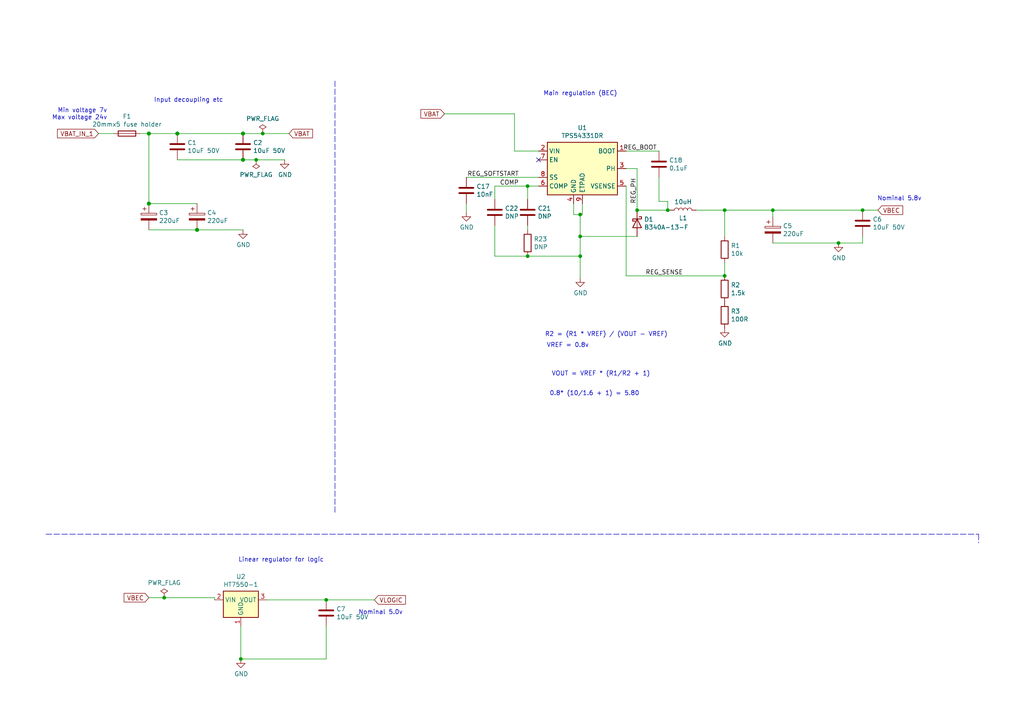
<source format=kicad_sch>
(kicad_sch (version 20210126) (generator eeschema)
  (paper "A4")
  (lib_symbols
    (symbol "Device:C" (pin_numbers hide) (pin_names (offset 0.254))
      (property "Reference" "C" (at 0.635 2.54 0))
      (property "Value" "C" (at 0.635 -2.54 0))
      (symbol "C_0_1"
        (polyline (pts (xy -2.032 -0.762) (xy 2.032 -0.762)) (stroke (width 0.508)))
        (polyline (pts (xy -2.032 0.762) (xy 2.032 0.762)) (stroke (width 0.508)))
      )
      (symbol "C_1_1"
        (pin passive line (at 0 3.81 270) (length 2.794) (name "~") (number "1"))
        (pin passive line (at 0 -3.81 90) (length 2.794) (name "~") (number "2"))
      )
    )
    (symbol "Device:CP" (pin_numbers hide) (pin_names (offset 0.254))
      (property "Reference" "C" (at 0.635 2.54 0))
      (property "Value" "CP" (at 0.635 -2.54 0))
      (symbol "CP_0_1"
        (rectangle (start -2.286 0.508) (end 2.286 1.016))
        (rectangle (start 2.286 -0.508) (end -2.286 -1.016) (fill (type outline)))
        (polyline (pts (xy -1.778 2.286) (xy -0.762 2.286)))
        (polyline (pts (xy -1.27 2.794) (xy -1.27 1.778)))
      )
      (symbol "CP_1_1"
        (pin passive line (at 0 3.81 270) (length 2.794) (name "~") (number "1"))
        (pin passive line (at 0 -3.81 90) (length 2.794) (name "~") (number "2"))
      )
    )
    (symbol "Device:D_Schottky" (pin_numbers hide) (pin_names (offset 1.016) hide)
      (property "Reference" "D" (at 0 2.54 0))
      (property "Value" "D_Schottky" (at 0 -2.54 0))
      (symbol "D_Schottky_0_1"
        (polyline (pts (xy 1.27 0) (xy -1.27 0)))
        (polyline (pts (xy 1.27 1.27) (xy 1.27 -1.27) (xy -1.27 0) (xy 1.27 1.27)) (stroke (width 0.254)))
        (polyline (pts (xy -1.905 0.635) (xy -1.905 1.27) (xy -1.27 1.27) (xy -1.27 -1.27) (xy -0.635 -1.27) (xy -0.635 -0.635)) (stroke (width 0.254)))
      )
      (symbol "D_Schottky_1_1"
        (pin passive line (at -3.81 0 0) (length 2.54) (name "K") (number "1"))
        (pin passive line (at 3.81 0 180) (length 2.54) (name "A") (number "2"))
      )
    )
    (symbol "Device:Fuse" (pin_numbers hide) (pin_names (offset 0))
      (property "Reference" "F" (at 2.032 0 90))
      (property "Value" "Fuse" (at -1.905 0 90))
      (symbol "Fuse_0_1"
        (rectangle (start -0.762 -2.54) (end 0.762 2.54) (stroke (width 0.254)))
        (polyline (pts (xy 0 2.54) (xy 0 -2.54)))
      )
      (symbol "Fuse_1_1"
        (pin passive line (at 0 3.81 270) (length 1.27) (name "~") (number "1"))
        (pin passive line (at 0 -3.81 90) (length 1.27) (name "~") (number "2"))
      )
    )
    (symbol "Device:L" (pin_numbers hide) (pin_names (offset 1.016) hide)
      (property "Reference" "L" (at -1.27 0 90))
      (property "Value" "L" (at 1.905 0 90))
      (symbol "L_0_1"
        (arc (start 0 -2.54) (end 0 -1.27) (radius (at 0 -1.905) (length 0.635) (angles -89.9 89.9)))
        (arc (start 0 -1.27) (end 0 0) (radius (at 0 -0.635) (length 0.635) (angles -89.9 89.9)))
        (arc (start 0 0) (end 0 1.27) (radius (at 0 0.635) (length 0.635) (angles -89.9 89.9)))
        (arc (start 0 1.27) (end 0 2.54) (radius (at 0 1.905) (length 0.635) (angles -89.9 89.9)))
      )
      (symbol "L_1_1"
        (pin passive line (at 0 3.81 270) (length 1.27) (name "1") (number "1"))
        (pin passive line (at 0 -3.81 90) (length 1.27) (name "2") (number "2"))
      )
    )
    (symbol "Device:R" (pin_numbers hide) (pin_names (offset 0))
      (property "Reference" "R" (at 2.032 0 90))
      (property "Value" "R" (at 0 0 90))
      (symbol "R_0_1"
        (rectangle (start -1.016 -2.54) (end 1.016 2.54) (stroke (width 0.254)))
      )
      (symbol "R_1_1"
        (pin passive line (at 0 3.81 270) (length 1.27) (name "~") (number "1"))
        (pin passive line (at 0 -3.81 90) (length 1.27) (name "~") (number "2"))
      )
    )
    (symbol "Regulator_Linear:HT75xx-1-SOT89"
      (property "Reference" "U" (at -5.08 -3.81 0))
      (property "Value" "HT75xx-1-SOT89" (at 0 6.35 0))
      (symbol "HT75xx-1-SOT89_0_1"
        (rectangle (start -5.08 5.08) (end 5.08 -2.54) (stroke (width 0.254)) (fill (type background)))
      )
      (symbol "HT75xx-1-SOT89_1_1"
        (pin power_in line (at 0 -5.08 90) (length 2.54) (name "GND") (number "1"))
        (pin power_in line (at -7.62 2.54 0) (length 2.54) (name "VIN") (number "2"))
        (pin power_out line (at 7.62 2.54 180) (length 2.54) (name "VOUT") (number "3"))
      )
    )
    (symbol "Regulator_Switching:TPS54336ADDA"
      (property "Reference" "U" (at -8.89 8.89 0))
      (property "Value" "TPS54336ADDA" (at 3.81 8.89 0))
      (symbol "TPS54336ADDA_1_1"
        (rectangle (start -10.16 7.62) (end 10.16 -7.62) (stroke (width 0.254)) (fill (type background)))
        (pin output line (at 12.7 5.08 180) (length 2.54) (name "BOOT") (number "1"))
        (pin power_in line (at -12.7 5.08 0) (length 2.54) (name "VIN") (number "2"))
        (pin output line (at 12.7 0 180) (length 2.54) (name "PH") (number "3"))
        (pin power_in line (at -2.54 -10.16 90) (length 2.54) (name "GND") (number "4"))
        (pin input line (at 12.7 -5.08 180) (length 2.54) (name "VSENSE") (number "5"))
        (pin output line (at -12.7 -5.08 0) (length 2.54) (name "COMP") (number "6"))
        (pin input line (at -12.7 2.54 0) (length 2.54) (name "EN") (number "7"))
        (pin output line (at -12.7 -2.54 0) (length 2.54) (name "SS") (number "8"))
        (pin power_in line (at 0 -10.16 90) (length 2.54) (name "ETPAD") (number "9"))
      )
    )
    (symbol "power:GND" (power) (pin_names (offset 0))
      (property "Value" "GND" (at 0 -3.81 0))
      (symbol "GND_0_1"
        (polyline (pts (xy 0 0) (xy 0 -1.27) (xy 1.27 -1.27) (xy 0 -2.54) (xy -1.27 -1.27) (xy 0 -1.27)))
      )
      (symbol "GND_1_1"
        (pin power_in line (at 0 0 270) (length 0) hide (name "GND") (number "1"))
      )
    )
    (symbol "power:PWR_FLAG" (power) (pin_numbers hide) (pin_names (offset 0) hide)
      (property "Value" "PWR_FLAG" (at 0 3.81 0))
      (symbol "PWR_FLAG_0_0"
        (pin power_out line (at 0 0 90) (length 0) (name "pwr") (number "1"))
      )
      (symbol "PWR_FLAG_0_1"
        (polyline (pts (xy 0 0) (xy 0 1.27) (xy -1.016 1.905) (xy 0 2.54) (xy 1.016 1.905) (xy 0 1.27)))
      )
    )
  )
  (junction (at 43.18 38.735) (diameter 1.016))
  (junction (at 43.18 59.055) (diameter 1.016))
  (junction (at 47.625 173.355) (diameter 0.9144))
  (junction (at 51.435 38.735) (diameter 1.016))
  (junction (at 57.15 66.675) (diameter 1.016))
  (junction (at 69.85 191.135) (diameter 0.9144))
  (junction (at 70.485 38.735) (diameter 1.016))
  (junction (at 70.485 46.355) (diameter 1.016))
  (junction (at 74.295 46.355) (diameter 0.9144))
  (junction (at 76.2 38.735) (diameter 0.9144))
  (junction (at 94.615 173.99) (diameter 0.9144))
  (junction (at 153.035 53.975) (diameter 0.9144))
  (junction (at 153.035 74.295) (diameter 0.9144))
  (junction (at 168.275 62.23) (diameter 0.9144))
  (junction (at 168.275 68.58) (diameter 0.9144))
  (junction (at 168.275 74.295) (diameter 0.9144))
  (junction (at 184.785 60.96) (diameter 0.9144))
  (junction (at 193.675 60.96) (diameter 0.9144))
  (junction (at 210.185 60.96) (diameter 0.9144))
  (junction (at 210.185 80.01) (diameter 0.9144))
  (junction (at 224.155 60.96) (diameter 0.9144))
  (junction (at 243.205 70.485) (diameter 0.9144))
  (junction (at 250.19 60.96) (diameter 0.9144))
  (no_connect (at 156.21 46.355))
  (wire (pts (xy 28.575 38.735) (xy 33.02 38.735)))
  (wire (pts (xy 40.64 38.735) (xy 43.18 38.735)))
  (wire (pts (xy 43.18 38.735) (xy 43.18 59.055)))
  (wire (pts (xy 43.18 59.055) (xy 57.15 59.055)))
  (wire (pts (xy 43.18 66.675) (xy 57.15 66.675)))
  (wire (pts (xy 43.18 173.355) (xy 47.625 173.355)))
  (wire (pts (xy 47.625 173.355) (xy 62.23 173.355)))
  (wire (pts (xy 51.435 38.735) (xy 43.18 38.735)))
  (wire (pts (xy 51.435 38.735) (xy 70.485 38.735)))
  (wire (pts (xy 51.435 46.355) (xy 70.485 46.355)))
  (wire (pts (xy 57.15 66.675) (xy 70.485 66.675)))
  (wire (pts (xy 62.23 173.355) (xy 62.23 173.99)))
  (wire (pts (xy 69.85 181.61) (xy 69.85 191.135)))
  (wire (pts (xy 69.85 191.135) (xy 94.615 191.135)))
  (wire (pts (xy 70.485 38.735) (xy 76.2 38.735)))
  (wire (pts (xy 74.295 46.355) (xy 70.485 46.355)))
  (wire (pts (xy 74.295 46.355) (xy 82.55 46.355)))
  (wire (pts (xy 76.2 38.735) (xy 83.82 38.735)))
  (wire (pts (xy 77.47 173.99) (xy 94.615 173.99)))
  (wire (pts (xy 94.615 173.99) (xy 108.585 173.99)))
  (wire (pts (xy 94.615 181.61) (xy 94.615 191.135)))
  (wire (pts (xy 128.905 33.02) (xy 149.225 33.02)))
  (wire (pts (xy 135.255 51.435) (xy 156.21 51.435)))
  (wire (pts (xy 135.255 59.055) (xy 135.255 61.595)))
  (wire (pts (xy 143.51 53.975) (xy 153.035 53.975)))
  (wire (pts (xy 143.51 57.785) (xy 143.51 53.975)))
  (wire (pts (xy 143.51 65.405) (xy 143.51 74.295)))
  (wire (pts (xy 143.51 74.295) (xy 153.035 74.295)))
  (wire (pts (xy 149.225 33.02) (xy 149.225 43.815)))
  (wire (pts (xy 149.225 43.815) (xy 156.21 43.815)))
  (wire (pts (xy 153.035 53.975) (xy 156.21 53.975)))
  (wire (pts (xy 153.035 57.785) (xy 153.035 53.975)))
  (wire (pts (xy 153.035 65.405) (xy 153.035 66.675)))
  (wire (pts (xy 153.035 74.295) (xy 168.275 74.295)))
  (wire (pts (xy 166.37 59.055) (xy 166.37 62.23)))
  (wire (pts (xy 166.37 62.23) (xy 168.275 62.23)))
  (wire (pts (xy 168.275 62.23) (xy 168.91 62.23)))
  (wire (pts (xy 168.275 68.58) (xy 168.275 62.23)))
  (wire (pts (xy 168.275 74.295) (xy 168.275 68.58)))
  (wire (pts (xy 168.275 80.645) (xy 168.275 74.295)))
  (wire (pts (xy 168.91 59.055) (xy 168.91 62.23)))
  (wire (pts (xy 181.61 43.815) (xy 191.135 43.815)))
  (wire (pts (xy 181.61 48.895) (xy 184.785 48.895)))
  (wire (pts (xy 181.61 53.975) (xy 181.61 80.01)))
  (wire (pts (xy 181.61 80.01) (xy 210.185 80.01)))
  (wire (pts (xy 184.785 48.895) (xy 184.785 60.96)))
  (wire (pts (xy 184.785 68.58) (xy 168.275 68.58)))
  (wire (pts (xy 191.135 51.435) (xy 191.135 58.42)))
  (wire (pts (xy 191.135 58.42) (xy 193.675 58.42)))
  (wire (pts (xy 193.675 58.42) (xy 193.675 60.96)))
  (wire (pts (xy 193.675 60.96) (xy 184.785 60.96)))
  (wire (pts (xy 193.675 60.96) (xy 194.31 60.96)))
  (wire (pts (xy 201.93 60.96) (xy 210.185 60.96)))
  (wire (pts (xy 210.185 60.96) (xy 210.185 68.58)))
  (wire (pts (xy 210.185 60.96) (xy 224.155 60.96)))
  (wire (pts (xy 210.185 76.2) (xy 210.185 80.01)))
  (wire (pts (xy 224.155 60.96) (xy 224.155 62.865)))
  (wire (pts (xy 224.155 60.96) (xy 250.19 60.96)))
  (wire (pts (xy 224.155 70.485) (xy 243.205 70.485)))
  (wire (pts (xy 243.205 70.485) (xy 250.19 70.485)))
  (wire (pts (xy 250.19 60.96) (xy 254.635 60.96)))
  (wire (pts (xy 250.19 68.58) (xy 250.19 70.485)))
  (polyline (pts (xy 13.335 154.94) (xy 283.845 154.94)) (stroke (width 0) (type dash)))
  (polyline (pts (xy 97.155 23.495) (xy 97.155 148.59)) (stroke (width 0) (type dash)))
  (polyline (pts (xy 283.845 154.94) (xy 283.845 157.48)) (stroke (width 0) (type dash)))
  (text "Min voltage 7v\nMax voltage 24v" (at 31.115 34.925 180) (effects (font (size 1.27 1.27)) (justify right bottom)))
  (text "Input decoupling etc" (at 64.77 29.845 180) (effects (font (size 1.27 1.27)) (justify right bottom)))
  (text "Linear regulator for logic" (at 93.98 163.195 180) (effects (font (size 1.27 1.27)) (justify right bottom)))
  (text "Nominal 5.0v" (at 116.84 178.435 180) (effects (font (size 1.27 1.27)) (justify right bottom)))
  (text "0.8* (10/1.6 + 1) = 5.80" (at 159.385 114.935 0) (effects (font (size 1.27 1.27)) (justify left bottom)))
  (text "VREF = 0.8v" (at 170.815 100.965 180) (effects (font (size 1.27 1.27)) (justify right bottom)))
  (text "Main regulation (BEC)" (at 179.07 27.94 180) (effects (font (size 1.27 1.27)) (justify right bottom)))
  (text "VOUT = VREF * (R1/R2 + 1)" (at 188.595 109.22 180) (effects (font (size 1.27 1.27)) (justify right bottom)))
  (text "R2 = (R1 * VREF) / (VOUT - VREF)" (at 193.675 97.79 180) (effects (font (size 1.27 1.27)) (justify right bottom)))
  (text "Nominal 5.8v" (at 267.335 58.42 180) (effects (font (size 1.27 1.27)) (justify right bottom)))
  (label "REG_SOFTSTART" (at 150.495 51.435 180))
  (label "COMP" (at 150.495 53.975 180))
  (label "REG_PH" (at 184.785 59.055 90))
  (label "REG_BOOT" (at 190.5 43.815 180))
  (label "REG_SENSE" (at 198.12 80.01 180))
  (global_label "VBAT_IN_1" (shape input) (at 28.575 38.735 180) (property "Intersheet References" "${INTERSHEET_REFS}" (effects hide)))
  (global_label "VBEC" (shape input) (at 43.18 173.355 180) (property "Intersheet References" "${INTERSHEET_REFS}" (effects hide)))
  (global_label "VBAT" (shape input) (at 83.82 38.735 0) (property "Intersheet References" "${INTERSHEET_REFS}" (effects hide)))
  (global_label "VLOGIC" (shape input) (at 108.585 173.99 0) (property "Intersheet References" "${INTERSHEET_REFS}" (effects hide)))
  (global_label "VBAT" (shape input) (at 128.905 33.02 180) (property "Intersheet References" "${INTERSHEET_REFS}" (effects hide)))
  (global_label "VBEC" (shape input) (at 254.635 60.96 0) (property "Intersheet References" "${INTERSHEET_REFS}" (effects hide)))
  (symbol (lib_id "power:PWR_FLAG") (at 47.625 173.355 0) (unit 1)
    (property "Reference" "#FLG0102" (effects hide))
    (property "Value" "PWR_FLAG" (at 47.625 169.0306 0))
  )
  (symbol (lib_id "power:PWR_FLAG") (at 74.295 46.355 180) (unit 1)
    (property "Reference" "#FLG01" (effects hide))
    (property "Value" "PWR_FLAG" (at 74.295 50.6794 0))
  )
  (symbol (lib_id "power:PWR_FLAG") (at 76.2 38.735 0) (unit 1)
    (property "Reference" "#FLG0101" (effects hide))
    (property "Value" "PWR_FLAG" (at 76.2 34.4106 0))
  )
  (symbol (lib_id "Device:L") (at 198.12 60.96 90) (unit 1)
    (property "Reference" "L1" (at 198.12 63.2268 90))
    (property "Value" "10uH" (at 198.12 58.5405 90))
    (property "Footprint" "Inductor_SMD:L_12x12mm_H4.5mm" (effects hide))
    (property "MPN" "YSPI1040-101M" (effects hide))
  )
  (symbol (lib_id "power:GND") (at 69.85 191.135 0) (unit 1)
    (property "Reference" "#PWR07" (effects hide))
    (property "Value" "GND" (at 69.9643 195.4594 0))
  )
  (symbol (lib_id "power:GND") (at 70.485 66.675 0) (unit 1)
    (property "Reference" "#PWR03" (effects hide))
    (property "Value" "GND" (at 70.5993 70.9994 0))
  )
  (symbol (lib_id "power:GND") (at 82.55 46.355 0) (unit 1)
    (property "Reference" "#PWR02" (effects hide))
    (property "Value" "GND" (at 82.6643 50.6794 0))
  )
  (symbol (lib_id "power:GND") (at 135.255 61.595 0) (unit 1)
    (property "Reference" "#PWR019" (effects hide))
    (property "Value" "GND" (at 135.3693 65.9194 0))
  )
  (symbol (lib_id "power:GND") (at 168.275 80.645 0) (unit 1)
    (property "Reference" "#PWR04" (effects hide))
    (property "Value" "GND" (at 168.3893 84.9694 0))
  )
  (symbol (lib_id "power:GND") (at 210.185 95.25 0) (unit 1)
    (property "Reference" "#PWR05" (effects hide))
    (property "Value" "GND" (at 210.2993 99.5744 0))
  )
  (symbol (lib_id "power:GND") (at 243.205 70.485 0) (unit 1)
    (property "Reference" "#PWR06" (effects hide))
    (property "Value" "GND" (at 243.3193 74.8094 0))
  )
  (symbol (lib_id "Device:Fuse") (at 36.83 38.735 90) (unit 1)
    (property "Reference" "F1" (at 36.83 33.7628 90))
    (property "Value" "20mmx5 fuse holder" (at 36.83 36.061 90))
    (property "Footprint" "beetletriple:fuseholder_flexible" (effects hide))
  )
  (symbol (lib_id "Device:R") (at 153.035 70.485 0) (unit 1)
    (property "Reference" "R23" (at 154.813 69.336 0) (effects (justify left)))
    (property "Value" "DNP" (at 154.813 71.634 0) (effects (justify left)))
    (property "Footprint" "Resistor_SMD:R_0805_2012Metric" (effects hide))
  )
  (symbol (lib_id "Device:R") (at 210.185 72.39 0) (unit 1)
    (property "Reference" "R1" (at 211.963 71.241 0) (effects (justify left)))
    (property "Value" "10k" (at 211.963 73.539 0) (effects (justify left)))
    (property "Footprint" "Resistor_SMD:R_0805_2012Metric" (effects hide))
  )
  (symbol (lib_id "Device:R") (at 210.185 83.82 0) (unit 1)
    (property "Reference" "R2" (at 211.963 82.671 0) (effects (justify left)))
    (property "Value" "1.5k" (at 211.963 84.969 0) (effects (justify left)))
    (property "Footprint" "Resistor_SMD:R_0805_2012Metric" (effects hide))
  )
  (symbol (lib_id "Device:R") (at 210.185 91.44 0) (unit 1)
    (property "Reference" "R3" (at 211.963 90.291 0) (effects (justify left)))
    (property "Value" "100R" (at 211.963 92.589 0) (effects (justify left)))
    (property "Footprint" "Resistor_SMD:R_0805_2012Metric" (effects hide))
  )
  (symbol (lib_id "Device:D_Schottky") (at 184.785 64.77 270) (unit 1)
    (property "Reference" "D1" (at 186.8171 63.6206 90) (effects (justify left)))
    (property "Value" "B340A-13-F" (at 186.8171 65.9193 90) (effects (justify left)))
    (property "Footprint" "Diode_SMD:D_SMA_Handsoldering" (effects hide))
    (property "LCSC" "C85098" (effects hide))
  )
  (symbol (lib_id "Device:CP") (at 43.18 62.865 0) (unit 1)
    (property "Reference" "C3" (at 46.1011 61.7156 0) (effects (justify left)))
    (property "Value" "220uF" (at 46.101 64.014 0) (effects (justify left)))
    (property "Footprint" "Capacitor_SMD:C_Elec_10x10.2" (effects hide))
    (property "LCSC" "C125977" (effects hide))
  )
  (symbol (lib_id "Device:C") (at 51.435 42.545 0) (unit 1)
    (property "Reference" "C1" (at 54.3561 41.3956 0) (effects (justify left)))
    (property "Value" "10uF 50V" (at 54.3561 43.6943 0) (effects (justify left)))
    (property "Footprint" "Capacitor_SMD:C_1206_3216Metric" (effects hide))
    (property "LCSC" "C13585" (effects hide))
  )
  (symbol (lib_id "Device:CP") (at 57.15 62.865 0) (unit 1)
    (property "Reference" "C4" (at 60.0711 61.7156 0) (effects (justify left)))
    (property "Value" "220uF" (at 60.071 64.014 0) (effects (justify left)))
    (property "Footprint" "Capacitor_SMD:C_Elec_10x10.2" (effects hide))
    (property "LCSC" "C125977" (effects hide))
  )
  (symbol (lib_id "Device:C") (at 70.485 42.545 0) (unit 1)
    (property "Reference" "C2" (at 73.4061 41.3956 0) (effects (justify left)))
    (property "Value" "10uF 50V" (at 73.4061 43.6943 0) (effects (justify left)))
    (property "Footprint" "Capacitor_SMD:C_1206_3216Metric" (effects hide))
    (property "LCSC" "C13585" (effects hide))
  )
  (symbol (lib_id "Device:C") (at 94.615 177.8 0) (unit 1)
    (property "Reference" "C7" (at 97.5361 176.6506 0) (effects (justify left)))
    (property "Value" "10uF 50V" (at 97.5361 178.9493 0) (effects (justify left)))
    (property "Footprint" "Capacitor_SMD:C_1206_3216Metric" (effects hide))
    (property "LCSC" "C13585" (effects hide))
  )
  (symbol (lib_id "Device:C") (at 135.255 55.245 0) (unit 1)
    (property "Reference" "C17" (at 138.1761 54.0956 0) (effects (justify left)))
    (property "Value" "10nF" (at 138.176 56.394 0) (effects (justify left)))
    (property "Footprint" "Capacitor_SMD:C_1206_3216Metric" (effects hide))
  )
  (symbol (lib_id "Device:C") (at 143.51 61.595 0) (unit 1)
    (property "Reference" "C22" (at 146.431 60.446 0) (effects (justify left)))
    (property "Value" "DNP" (at 146.431 62.744 0) (effects (justify left)))
    (property "Footprint" "Capacitor_SMD:C_1206_3216Metric" (effects hide))
  )
  (symbol (lib_id "Device:C") (at 153.035 61.595 0) (unit 1)
    (property "Reference" "C21" (at 155.956 60.446 0) (effects (justify left)))
    (property "Value" "DNP" (at 155.956 62.744 0) (effects (justify left)))
    (property "Footprint" "Capacitor_SMD:C_1206_3216Metric" (effects hide))
  )
  (symbol (lib_id "Device:C") (at 191.135 47.625 0) (unit 1)
    (property "Reference" "C18" (at 194.0561 46.4756 0) (effects (justify left)))
    (property "Value" "0.1uF" (at 194.056 48.774 0) (effects (justify left)))
    (property "Footprint" "Capacitor_SMD:C_1206_3216Metric" (effects hide))
  )
  (symbol (lib_id "Device:CP") (at 224.155 66.675 0) (unit 1)
    (property "Reference" "C5" (at 227.076 65.526 0) (effects (justify left)))
    (property "Value" "220uF" (at 227.076 67.824 0) (effects (justify left)))
    (property "Footprint" "Capacitor_SMD:C_Elec_10x10.2" (effects hide))
    (property "LCSC" "C125977" (effects hide))
  )
  (symbol (lib_id "Device:C") (at 250.19 64.77 0) (unit 1)
    (property "Reference" "C6" (at 253.1111 63.6206 0) (effects (justify left)))
    (property "Value" "10uF 50V" (at 253.1111 65.9193 0) (effects (justify left)))
    (property "Footprint" "Capacitor_SMD:C_1206_3216Metric" (effects hide))
    (property "LCSC" "C13585" (effects hide))
  )
  (symbol (lib_id "Regulator_Linear:HT75xx-1-SOT89") (at 69.85 176.53 0) (unit 1)
    (property "Reference" "U2" (at 69.85 167.2398 0))
    (property "Value" "HT7550-1" (at 69.85 169.538 0))
    (property "Footprint" "Package_TO_SOT_SMD:SOT-89-3" (effects hide))
    (property "Datasheet" "https://www.holtek.com/documents/10179/116711/HT75xx-1v250.pdf" (effects hide))
    (property "LCSC" "C16106" (effects hide))
  )
  (symbol (lib_id "Regulator_Switching:TPS54336ADDA") (at 168.91 48.895 0) (unit 1)
    (property "Reference" "U1" (at 168.91 37.0648 0))
    (property "Value" "TPS54331DR" (at 168.91 39.3635 0))
    (property "Footprint" "Package_SO:TI_SO-PowerPAD-8_ThermalVias" (effects hide))
    (property "Datasheet" "http://www.ti.com/lit/ds/symlink/tps54336a.pdf" (effects hide))
  )
)
</source>
